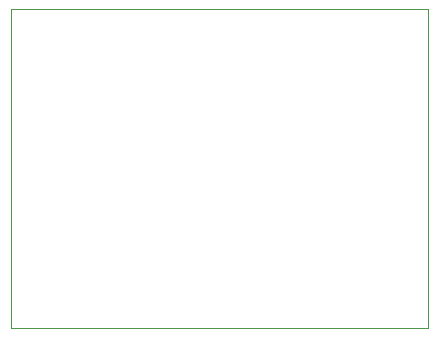
<source format=gm1>
G04 #@! TF.GenerationSoftware,KiCad,Pcbnew,9.0.0*
G04 #@! TF.CreationDate,2025-09-01T10:59:56+03:00*
G04 #@! TF.ProjectId,OV24-RV_V1.0,4f563234-2d52-4565-9f56-312e302e6b69,rev?*
G04 #@! TF.SameCoordinates,Original*
G04 #@! TF.FileFunction,Profile,NP*
%FSLAX46Y46*%
G04 Gerber Fmt 4.6, Leading zero omitted, Abs format (unit mm)*
G04 Created by KiCad (PCBNEW 9.0.0) date 2025-09-01 10:59:56*
%MOMM*%
%LPD*%
G01*
G04 APERTURE LIST*
G04 #@! TA.AperFunction,Profile*
%ADD10C,0.100000*%
G04 #@! TD*
G04 APERTURE END LIST*
D10*
X53686250Y-59801250D02*
X89003750Y-59801250D01*
X89003750Y-86871250D01*
X53686250Y-86871250D01*
X53686250Y-59801250D01*
M02*

</source>
